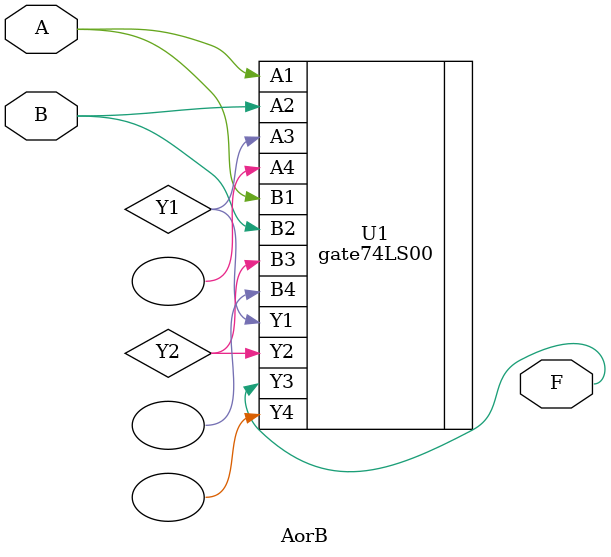
<source format=v>
module AorB(A,B,F);//F=A+B
input A,B;
output F;
wire F;
wire A,B;
wire Y1,Y2;
gate74LS00 U1(.A1(A),.B1(A),.Y1(Y1),.A2(B),.B2(B),.Y2(Y2),.A3(Y1),.B3(Y2),.Y3(F),.A4(),.B4(),.Y4()); 
endmodule
</source>
